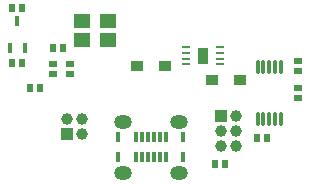
<source format=gbr>
G04 Layer_Color=255*
%FSLAX25Y25*%
%MOIN*%
%TF.FileFunction,Pads,Bot*%
%TF.Part,Single*%
G01*
G75*
%TA.AperFunction,SMDPad*%
%ADD10R,0.02559X0.02362*%
%TA.AperFunction,SMDPad*%
%ADD17R,0.02362X0.02559*%
%TA.AperFunction,SMDPad*%
%ADD18R,0.03937X0.03268*%
%TA.AperFunction,ViaPad*%
%ADD30R,0.00394X0.00394*%
%TA.AperFunction,ViaPad*%
%ADD31O,0.05906X0.04724*%
%TA.AperFunction,ViaPad*%
%ADD32R,0.03937X0.03937*%
%TA.AperFunction,ViaPad*%
%ADD33C,0.03937*%
%TA.AperFunction,ViaPad*%
%ADD34R,0.03937X0.03937*%
%TA.AperFunction,SMDPad*%
%ADD53R,0.01575X0.03543*%
%TA.AperFunction,SMDPad*%
%ADD54R,0.01181X0.03425*%
%TA.AperFunction,SMDPad*%
%ADD55O,0.01181X0.05315*%
%TA.AperFunction,SMDPad*%
%ADD56R,0.05512X0.04528*%
%TA.AperFunction,SMDPad*%
%ADD57R,0.03543X0.05512*%
%TA.AperFunction,SMDPad*%
%ADD58R,0.03150X0.00984*%
D10*
X439500Y271827D02*
D03*
Y275173D02*
D03*
X439500Y262827D02*
D03*
Y266173D02*
D03*
X358000Y274173D02*
D03*
Y270827D02*
D03*
X363500Y270827D02*
D03*
Y274173D02*
D03*
D17*
X429173Y249500D02*
D03*
X425827D02*
D03*
X361173Y279500D02*
D03*
X357827D02*
D03*
X347673Y293000D02*
D03*
X344327D02*
D03*
X347673Y274500D02*
D03*
X344327D02*
D03*
X350090Y266103D02*
D03*
X353437D02*
D03*
X415173Y241000D02*
D03*
X411827D02*
D03*
D18*
X385854Y273500D02*
D03*
X395146D02*
D03*
X420232Y268771D02*
D03*
X410941D02*
D03*
D30*
X405271Y246500D02*
D03*
X375743D02*
D03*
D31*
X381058Y238035D02*
D03*
X399956D02*
D03*
X381058Y254965D02*
D03*
X399956D02*
D03*
D32*
X362507Y251000D02*
D03*
D33*
Y256000D02*
D03*
X367507Y251000D02*
D03*
Y256000D02*
D03*
X419007Y257000D02*
D03*
X414007Y252000D02*
D03*
X419007D02*
D03*
X414007Y247000D02*
D03*
X419007D02*
D03*
D34*
X414007Y257000D02*
D03*
D53*
X346000Y288429D02*
D03*
X343441Y279571D02*
D03*
X348559D02*
D03*
D54*
X379680Y243095D02*
D03*
Y249906D02*
D03*
X385586Y243095D02*
D03*
X387554D02*
D03*
X389523D02*
D03*
X391491D02*
D03*
X393460D02*
D03*
X395428D02*
D03*
X401334D02*
D03*
X385586Y249906D02*
D03*
X387554D02*
D03*
X389523D02*
D03*
X391491D02*
D03*
X393460D02*
D03*
X395428D02*
D03*
X401334D02*
D03*
D55*
X433937Y255740D02*
D03*
X431968D02*
D03*
X430000D02*
D03*
X428031D02*
D03*
X426063D02*
D03*
X433937Y273260D02*
D03*
X431968D02*
D03*
X430000D02*
D03*
X428031D02*
D03*
X426063D02*
D03*
D56*
X376331Y282350D02*
D03*
X367669Y288650D02*
D03*
Y282350D02*
D03*
X376331Y288650D02*
D03*
D57*
X408000Y277000D02*
D03*
D58*
X413669Y279953D02*
D03*
Y277984D02*
D03*
Y276016D02*
D03*
Y274047D02*
D03*
X402331Y279953D02*
D03*
Y277984D02*
D03*
Y276016D02*
D03*
Y274047D02*
D03*
%TF.MD5,0116401068C43F4ACE145F129BE26FC4*%
M02*

</source>
